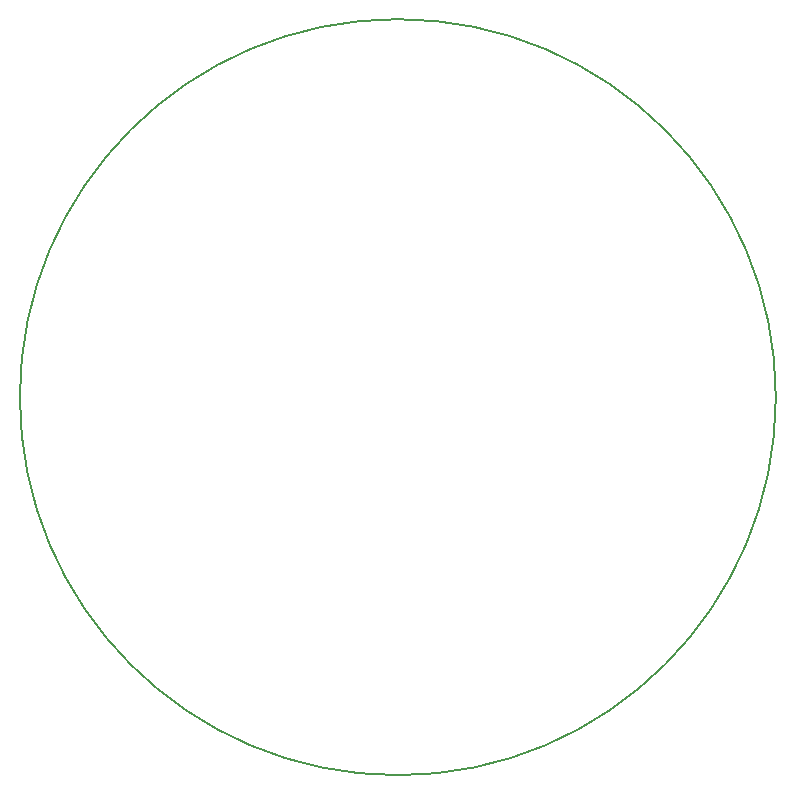
<source format=gbr>
G04 #@! TF.GenerationSoftware,KiCad,Pcbnew,5.0.0-fee4fd1~65~ubuntu17.10.1*
G04 #@! TF.CreationDate,2018-10-07T18:53:38+01:00*
G04 #@! TF.ProjectId,LED Coaster,4C454420436F61737465722E6B696361,rev?*
G04 #@! TF.SameCoordinates,Original*
G04 #@! TF.FileFunction,Profile,NP*
%FSLAX46Y46*%
G04 Gerber Fmt 4.6, Leading zero omitted, Abs format (unit mm)*
G04 Created by KiCad (PCBNEW 5.0.0-fee4fd1~65~ubuntu17.10.1) date Sun Oct  7 18:53:38 2018*
%MOMM*%
%LPD*%
G01*
G04 APERTURE LIST*
%ADD10C,0.150000*%
G04 APERTURE END LIST*
D10*
X240284000Y-102870000D02*
G75*
G03X240284000Y-102870000I-32004000J0D01*
G01*
M02*

</source>
